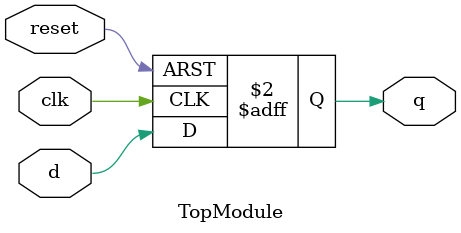
<source format=sv>
module TopModule (
    input logic clk,
    input logic d,
    input logic reset,
    output logic q
);

always_ff @(posedge clk or posedge reset) begin
    if (reset) begin
        q <= 1'b0;
    end else begin
        q <= d;
    end
end

endmodule
</source>
